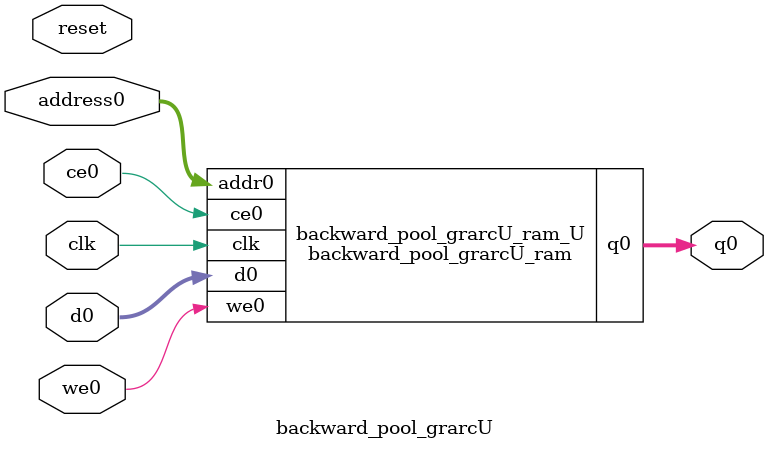
<source format=v>
`timescale 1 ns / 1 ps
module backward_pool_grarcU_ram (addr0, ce0, d0, we0, q0,  clk);

parameter DWIDTH = 32;
parameter AWIDTH = 8;
parameter MEM_SIZE = 196;

input[AWIDTH-1:0] addr0;
input ce0;
input[DWIDTH-1:0] d0;
input we0;
output reg[DWIDTH-1:0] q0;
input clk;

(* ram_style = "block" *)reg [DWIDTH-1:0] ram[0:MEM_SIZE-1];




always @(posedge clk)  
begin 
    if (ce0) 
    begin
        if (we0) 
        begin 
            ram[addr0] <= d0; 
        end 
        q0 <= ram[addr0];
    end
end


endmodule

`timescale 1 ns / 1 ps
module backward_pool_grarcU(
    reset,
    clk,
    address0,
    ce0,
    we0,
    d0,
    q0);

parameter DataWidth = 32'd32;
parameter AddressRange = 32'd196;
parameter AddressWidth = 32'd8;
input reset;
input clk;
input[AddressWidth - 1:0] address0;
input ce0;
input we0;
input[DataWidth - 1:0] d0;
output[DataWidth - 1:0] q0;



backward_pool_grarcU_ram backward_pool_grarcU_ram_U(
    .clk( clk ),
    .addr0( address0 ),
    .ce0( ce0 ),
    .we0( we0 ),
    .d0( d0 ),
    .q0( q0 ));

endmodule


</source>
